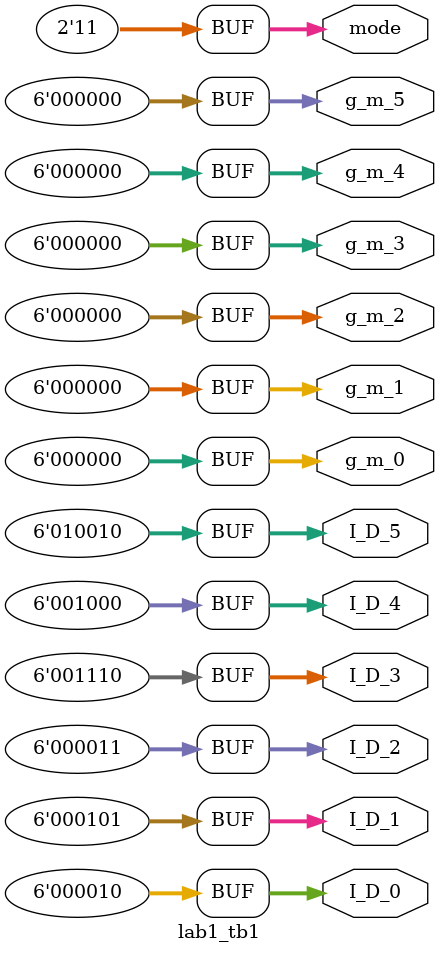
<source format=v>
`timescale 1ns / 1ps


module lab1_tb1(
    I_D_0,I_D_1,I_D_2,I_D_3,I_D_4,I_D_5,
    g_m_0,g_m_1,g_m_2,g_m_3,g_m_4,g_m_5,
    mode
    );
output reg [5:0] I_D_0,I_D_1,I_D_2,I_D_3,I_D_4,I_D_5;
output reg [5:0] g_m_0,g_m_1,g_m_2,g_m_3,g_m_4,g_m_5;
output reg [1:0] mode;
lab1_test test1(I_D_0,I_D_1,I_D_2,I_D_3,I_D_4,I_D_5,g_m_0,g_m_1,g_m_2,g_m_3,g_m_4,g_m_5,mode);
initial begin
I_D_0 = 0; I_D_1 = 0; I_D_2 = 0; I_D_3 = 0; I_D_4 = 0; I_D_5 = 0;
g_m_0 = 0; g_m_1 = 0; g_m_2 = 0; g_m_3 = 0; g_m_4 = 0; g_m_5 = 0;
mode = 0;

#100;
I_D_0 = 6'd2; I_D_1 = 6'd5; I_D_2 = 6'd3; I_D_3 = 6'd14; I_D_4 = 6'd8; I_D_5 = 6'd18;
mode = 2'b11;
end
endmodule

</source>
